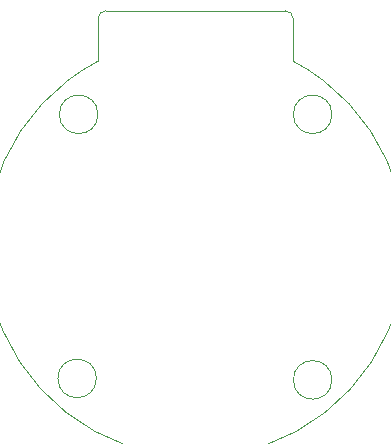
<source format=gbr>
G04 #@! TF.GenerationSoftware,KiCad,Pcbnew,(5.1.4)-1*
G04 #@! TF.CreationDate,2020-11-28T02:53:26-06:00*
G04 #@! TF.ProjectId,O2_Sensor_Hardware,4f325f53-656e-4736-9f72-5f4861726477,rev?*
G04 #@! TF.SameCoordinates,Original*
G04 #@! TF.FileFunction,Profile,NP*
%FSLAX46Y46*%
G04 Gerber Fmt 4.6, Leading zero omitted, Abs format (unit mm)*
G04 Created by KiCad (PCBNEW (5.1.4)-1) date 2020-11-28 02:53:26*
%MOMM*%
%LPD*%
G04 APERTURE LIST*
%ADD10C,0.050000*%
G04 APERTURE END LIST*
D10*
X161290000Y-96329502D02*
G75*
G02X144780001Y-96329501I-8255000J-15747998D01*
G01*
X144780001Y-96329501D02*
X144780000Y-92710000D01*
X164572950Y-123317000D02*
G75*
G03X164572950Y-123317000I-1631950J0D01*
G01*
X144633950Y-123190000D02*
G75*
G03X144633950Y-123190000I-1631950J0D01*
G01*
X144760950Y-100838000D02*
G75*
G03X144760950Y-100838000I-1631950J0D01*
G01*
X164572950Y-100838000D02*
G75*
G03X164572950Y-100838000I-1631950J0D01*
G01*
X160655000Y-92075000D02*
G75*
G02X161290000Y-92710000I0J-635000D01*
G01*
X144780000Y-92710000D02*
G75*
G02X145415000Y-92075000I635000J0D01*
G01*
X160655000Y-92075000D02*
X145415000Y-92075000D01*
X161290000Y-96329501D02*
X161290000Y-92710000D01*
M02*

</source>
